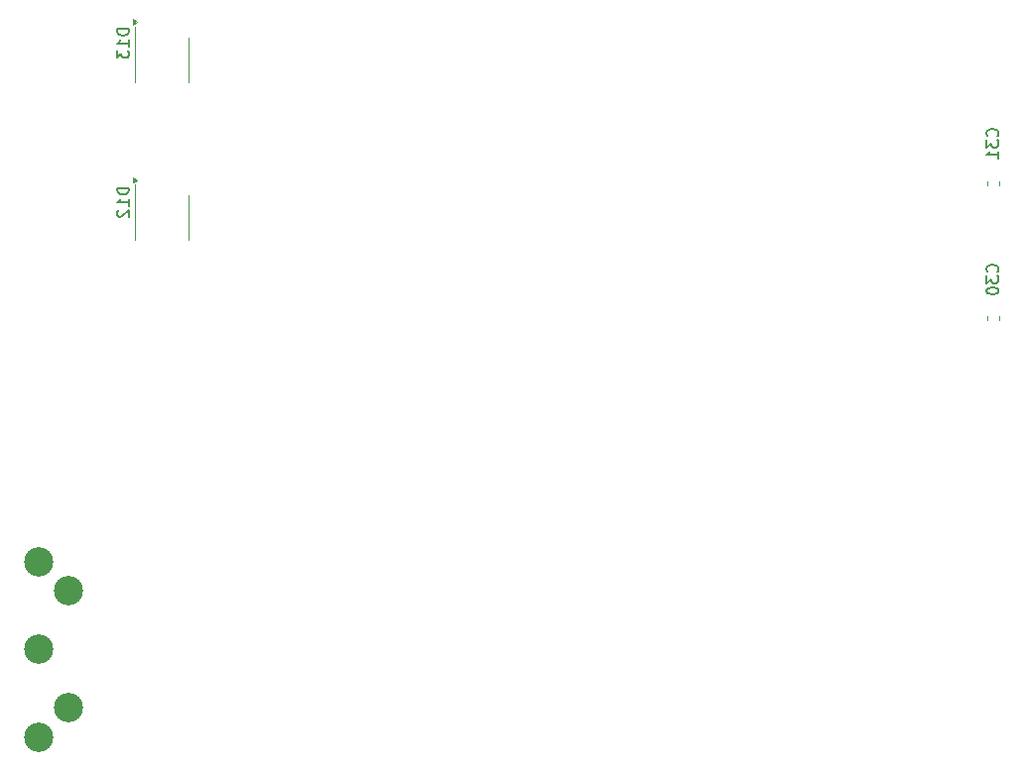
<source format=gbr>
%TF.GenerationSoftware,KiCad,Pcbnew,8.0.0*%
%TF.CreationDate,2024-07-13T20:07:24-07:00*%
%TF.ProjectId,midi-controller,6d696469-2d63-46f6-9e74-726f6c6c6572,rev?*%
%TF.SameCoordinates,Original*%
%TF.FileFunction,Legend,Bot*%
%TF.FilePolarity,Positive*%
%FSLAX46Y46*%
G04 Gerber Fmt 4.6, Leading zero omitted, Abs format (unit mm)*
G04 Created by KiCad (PCBNEW 8.0.0) date 2024-07-13 20:07:24*
%MOMM*%
%LPD*%
G01*
G04 APERTURE LIST*
%ADD10C,0.150000*%
%ADD11C,0.120000*%
%ADD12C,2.499360*%
G04 APERTURE END LIST*
D10*
X121254819Y-56785714D02*
X120254819Y-56785714D01*
X120254819Y-56785714D02*
X120254819Y-57023809D01*
X120254819Y-57023809D02*
X120302438Y-57166666D01*
X120302438Y-57166666D02*
X120397676Y-57261904D01*
X120397676Y-57261904D02*
X120492914Y-57309523D01*
X120492914Y-57309523D02*
X120683390Y-57357142D01*
X120683390Y-57357142D02*
X120826247Y-57357142D01*
X120826247Y-57357142D02*
X121016723Y-57309523D01*
X121016723Y-57309523D02*
X121111961Y-57261904D01*
X121111961Y-57261904D02*
X121207200Y-57166666D01*
X121207200Y-57166666D02*
X121254819Y-57023809D01*
X121254819Y-57023809D02*
X121254819Y-56785714D01*
X121254819Y-58309523D02*
X121254819Y-57738095D01*
X121254819Y-58023809D02*
X120254819Y-58023809D01*
X120254819Y-58023809D02*
X120397676Y-57928571D01*
X120397676Y-57928571D02*
X120492914Y-57833333D01*
X120492914Y-57833333D02*
X120540533Y-57738095D01*
X120254819Y-58642857D02*
X120254819Y-59261904D01*
X120254819Y-59261904D02*
X120635771Y-58928571D01*
X120635771Y-58928571D02*
X120635771Y-59071428D01*
X120635771Y-59071428D02*
X120683390Y-59166666D01*
X120683390Y-59166666D02*
X120731009Y-59214285D01*
X120731009Y-59214285D02*
X120826247Y-59261904D01*
X120826247Y-59261904D02*
X121064342Y-59261904D01*
X121064342Y-59261904D02*
X121159580Y-59214285D01*
X121159580Y-59214285D02*
X121207200Y-59166666D01*
X121207200Y-59166666D02*
X121254819Y-59071428D01*
X121254819Y-59071428D02*
X121254819Y-58785714D01*
X121254819Y-58785714D02*
X121207200Y-58690476D01*
X121207200Y-58690476D02*
X121159580Y-58642857D01*
X121254819Y-70385714D02*
X120254819Y-70385714D01*
X120254819Y-70385714D02*
X120254819Y-70623809D01*
X120254819Y-70623809D02*
X120302438Y-70766666D01*
X120302438Y-70766666D02*
X120397676Y-70861904D01*
X120397676Y-70861904D02*
X120492914Y-70909523D01*
X120492914Y-70909523D02*
X120683390Y-70957142D01*
X120683390Y-70957142D02*
X120826247Y-70957142D01*
X120826247Y-70957142D02*
X121016723Y-70909523D01*
X121016723Y-70909523D02*
X121111961Y-70861904D01*
X121111961Y-70861904D02*
X121207200Y-70766666D01*
X121207200Y-70766666D02*
X121254819Y-70623809D01*
X121254819Y-70623809D02*
X121254819Y-70385714D01*
X121254819Y-71909523D02*
X121254819Y-71338095D01*
X121254819Y-71623809D02*
X120254819Y-71623809D01*
X120254819Y-71623809D02*
X120397676Y-71528571D01*
X120397676Y-71528571D02*
X120492914Y-71433333D01*
X120492914Y-71433333D02*
X120540533Y-71338095D01*
X120350057Y-72290476D02*
X120302438Y-72338095D01*
X120302438Y-72338095D02*
X120254819Y-72433333D01*
X120254819Y-72433333D02*
X120254819Y-72671428D01*
X120254819Y-72671428D02*
X120302438Y-72766666D01*
X120302438Y-72766666D02*
X120350057Y-72814285D01*
X120350057Y-72814285D02*
X120445295Y-72861904D01*
X120445295Y-72861904D02*
X120540533Y-72861904D01*
X120540533Y-72861904D02*
X120683390Y-72814285D01*
X120683390Y-72814285D02*
X121254819Y-72242857D01*
X121254819Y-72242857D02*
X121254819Y-72861904D01*
X195359580Y-65957142D02*
X195407200Y-65909523D01*
X195407200Y-65909523D02*
X195454819Y-65766666D01*
X195454819Y-65766666D02*
X195454819Y-65671428D01*
X195454819Y-65671428D02*
X195407200Y-65528571D01*
X195407200Y-65528571D02*
X195311961Y-65433333D01*
X195311961Y-65433333D02*
X195216723Y-65385714D01*
X195216723Y-65385714D02*
X195026247Y-65338095D01*
X195026247Y-65338095D02*
X194883390Y-65338095D01*
X194883390Y-65338095D02*
X194692914Y-65385714D01*
X194692914Y-65385714D02*
X194597676Y-65433333D01*
X194597676Y-65433333D02*
X194502438Y-65528571D01*
X194502438Y-65528571D02*
X194454819Y-65671428D01*
X194454819Y-65671428D02*
X194454819Y-65766666D01*
X194454819Y-65766666D02*
X194502438Y-65909523D01*
X194502438Y-65909523D02*
X194550057Y-65957142D01*
X194454819Y-66290476D02*
X194454819Y-66909523D01*
X194454819Y-66909523D02*
X194835771Y-66576190D01*
X194835771Y-66576190D02*
X194835771Y-66719047D01*
X194835771Y-66719047D02*
X194883390Y-66814285D01*
X194883390Y-66814285D02*
X194931009Y-66861904D01*
X194931009Y-66861904D02*
X195026247Y-66909523D01*
X195026247Y-66909523D02*
X195264342Y-66909523D01*
X195264342Y-66909523D02*
X195359580Y-66861904D01*
X195359580Y-66861904D02*
X195407200Y-66814285D01*
X195407200Y-66814285D02*
X195454819Y-66719047D01*
X195454819Y-66719047D02*
X195454819Y-66433333D01*
X195454819Y-66433333D02*
X195407200Y-66338095D01*
X195407200Y-66338095D02*
X195359580Y-66290476D01*
X195454819Y-67861904D02*
X195454819Y-67290476D01*
X195454819Y-67576190D02*
X194454819Y-67576190D01*
X194454819Y-67576190D02*
X194597676Y-67480952D01*
X194597676Y-67480952D02*
X194692914Y-67385714D01*
X194692914Y-67385714D02*
X194740533Y-67290476D01*
X195359580Y-77557142D02*
X195407200Y-77509523D01*
X195407200Y-77509523D02*
X195454819Y-77366666D01*
X195454819Y-77366666D02*
X195454819Y-77271428D01*
X195454819Y-77271428D02*
X195407200Y-77128571D01*
X195407200Y-77128571D02*
X195311961Y-77033333D01*
X195311961Y-77033333D02*
X195216723Y-76985714D01*
X195216723Y-76985714D02*
X195026247Y-76938095D01*
X195026247Y-76938095D02*
X194883390Y-76938095D01*
X194883390Y-76938095D02*
X194692914Y-76985714D01*
X194692914Y-76985714D02*
X194597676Y-77033333D01*
X194597676Y-77033333D02*
X194502438Y-77128571D01*
X194502438Y-77128571D02*
X194454819Y-77271428D01*
X194454819Y-77271428D02*
X194454819Y-77366666D01*
X194454819Y-77366666D02*
X194502438Y-77509523D01*
X194502438Y-77509523D02*
X194550057Y-77557142D01*
X194454819Y-77890476D02*
X194454819Y-78509523D01*
X194454819Y-78509523D02*
X194835771Y-78176190D01*
X194835771Y-78176190D02*
X194835771Y-78319047D01*
X194835771Y-78319047D02*
X194883390Y-78414285D01*
X194883390Y-78414285D02*
X194931009Y-78461904D01*
X194931009Y-78461904D02*
X195026247Y-78509523D01*
X195026247Y-78509523D02*
X195264342Y-78509523D01*
X195264342Y-78509523D02*
X195359580Y-78461904D01*
X195359580Y-78461904D02*
X195407200Y-78414285D01*
X195407200Y-78414285D02*
X195454819Y-78319047D01*
X195454819Y-78319047D02*
X195454819Y-78033333D01*
X195454819Y-78033333D02*
X195407200Y-77938095D01*
X195407200Y-77938095D02*
X195359580Y-77890476D01*
X194454819Y-79128571D02*
X194454819Y-79223809D01*
X194454819Y-79223809D02*
X194502438Y-79319047D01*
X194502438Y-79319047D02*
X194550057Y-79366666D01*
X194550057Y-79366666D02*
X194645295Y-79414285D01*
X194645295Y-79414285D02*
X194835771Y-79461904D01*
X194835771Y-79461904D02*
X195073866Y-79461904D01*
X195073866Y-79461904D02*
X195264342Y-79414285D01*
X195264342Y-79414285D02*
X195359580Y-79366666D01*
X195359580Y-79366666D02*
X195407200Y-79319047D01*
X195407200Y-79319047D02*
X195454819Y-79223809D01*
X195454819Y-79223809D02*
X195454819Y-79128571D01*
X195454819Y-79128571D02*
X195407200Y-79033333D01*
X195407200Y-79033333D02*
X195359580Y-78985714D01*
X195359580Y-78985714D02*
X195264342Y-78938095D01*
X195264342Y-78938095D02*
X195073866Y-78890476D01*
X195073866Y-78890476D02*
X194835771Y-78890476D01*
X194835771Y-78890476D02*
X194645295Y-78938095D01*
X194645295Y-78938095D02*
X194550057Y-78985714D01*
X194550057Y-78985714D02*
X194502438Y-79033333D01*
X194502438Y-79033333D02*
X194454819Y-79128571D01*
D11*
%TO.C,D13*%
X121792500Y-56617500D02*
X121792500Y-61347500D01*
X126312500Y-57547500D02*
X126312500Y-61347500D01*
X121912500Y-56197500D02*
X121582500Y-56437500D01*
X121582500Y-55957500D01*
X121912500Y-56197500D01*
G36*
X121912500Y-56197500D02*
G01*
X121582500Y-56437500D01*
X121582500Y-55957500D01*
X121912500Y-56197500D01*
G37*
%TO.C,D12*%
X121912500Y-69697500D02*
X121582500Y-69937500D01*
X121582500Y-69457500D01*
X121912500Y-69697500D01*
G36*
X121912500Y-69697500D02*
G01*
X121582500Y-69937500D01*
X121582500Y-69457500D01*
X121912500Y-69697500D01*
G37*
X126312500Y-71047500D02*
X126312500Y-74847500D01*
X121792500Y-70117500D02*
X121792500Y-74847500D01*
%TO.C,C31*%
X195510000Y-70140580D02*
X195510000Y-69859420D01*
X194490000Y-70140580D02*
X194490000Y-69859420D01*
%TO.C,C30*%
X195510000Y-81359420D02*
X195510000Y-81640580D01*
X194490000Y-81359420D02*
X194490000Y-81640580D01*
%TD*%
D12*
%TO.C,J3*%
X113597200Y-117298080D03*
X113599740Y-109800000D03*
X113597200Y-102301920D03*
X116099100Y-114796180D03*
X116099100Y-104803820D03*
%TD*%
M02*

</source>
